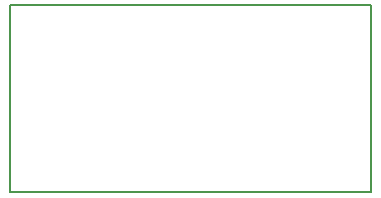
<source format=gbo>
G04 MADE WITH FRITZING*
G04 WWW.FRITZING.ORG*
G04 DOUBLE SIDED*
G04 HOLES PLATED*
G04 CONTOUR ON CENTER OF CONTOUR VECTOR*
%ASAXBY*%
%FSLAX23Y23*%
%MOIN*%
%OFA0B0*%
%SFA1.0B1.0*%
%ADD10R,1.208660X0.629921X1.192660X0.613921*%
%ADD11C,0.008000*%
%LNSILK0*%
G90*
G70*
G54D11*
X4Y626D02*
X1205Y626D01*
X1205Y4D01*
X4Y4D01*
X4Y626D01*
D02*
G04 End of Silk0*
M02*
</source>
